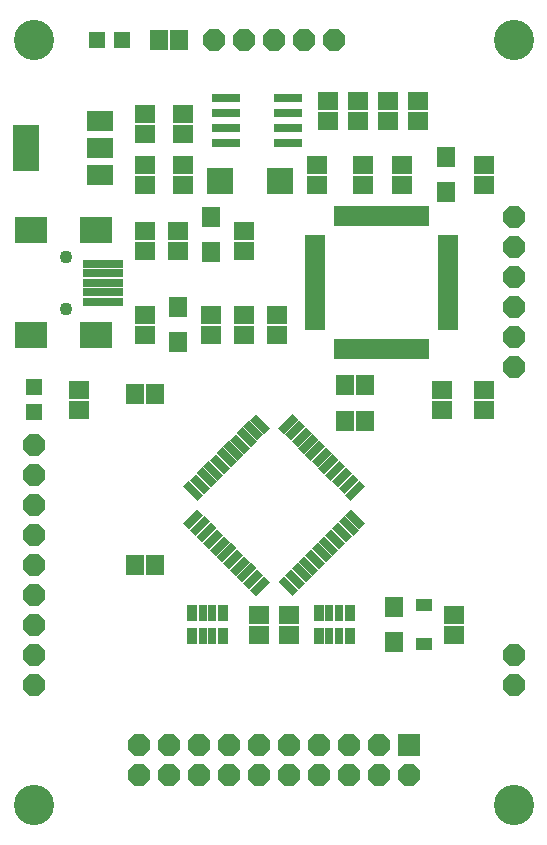
<source format=gts>
G75*
G70*
%OFA0B0*%
%FSLAX24Y24*%
%IPPOS*%
%LPD*%
%AMOC8*
5,1,8,0,0,1.08239X$1,22.5*
%
%ADD10C,0.1340*%
%ADD11R,0.0671X0.0592*%
%ADD12R,0.0592X0.0671*%
%ADD13R,0.0631X0.0710*%
%ADD14R,0.0946X0.0316*%
%ADD15R,0.0867X0.0671*%
%ADD16R,0.0867X0.1576*%
%ADD17OC8,0.0720*%
%ADD18R,0.0552X0.0552*%
%ADD19R,0.0880X0.0880*%
%ADD20R,0.0671X0.0277*%
%ADD21R,0.0277X0.0671*%
%ADD22R,0.0720X0.0720*%
%ADD23R,0.0560X0.0438*%
%ADD24R,0.0253X0.0533*%
%ADD25R,0.0328X0.0533*%
%ADD26R,0.1064X0.0867*%
%ADD27R,0.1379X0.0277*%
%ADD28C,0.0434*%
%ADD29R,0.0186X0.0651*%
%ADD30R,0.0651X0.0186*%
D10*
X001383Y001152D03*
X017383Y001152D03*
X017383Y026652D03*
X001383Y026652D03*
D11*
X005083Y024188D03*
X005083Y023519D03*
X005083Y022488D03*
X005083Y021819D03*
X005083Y020286D03*
X005083Y019617D03*
X006183Y019617D03*
X006183Y020286D03*
X006333Y021817D03*
X006333Y022486D03*
X006331Y023517D03*
X006331Y024186D03*
X008383Y020286D03*
X008383Y019617D03*
X008383Y017486D03*
X008383Y016817D03*
X007283Y016817D03*
X007283Y017486D03*
X005083Y017486D03*
X005083Y016817D03*
X002883Y014986D03*
X002883Y014317D03*
X008883Y007486D03*
X008883Y006817D03*
X009883Y006817D03*
X009883Y007486D03*
X014981Y014317D03*
X014981Y014986D03*
X016383Y014988D03*
X016383Y014319D03*
X015383Y007486D03*
X015383Y006817D03*
X009483Y016816D03*
X009483Y017485D03*
X010814Y021817D03*
X010814Y022486D03*
X011183Y023949D03*
X011183Y024618D03*
X012183Y024618D03*
X012183Y023949D03*
X013183Y023949D03*
X013183Y024618D03*
X014183Y024618D03*
X014183Y023949D03*
X013651Y022486D03*
X013651Y021817D03*
X012351Y021817D03*
X012351Y022486D03*
X016383Y022485D03*
X016383Y021816D03*
D12*
X012418Y015150D03*
X011748Y015150D03*
X011748Y013952D03*
X012418Y013952D03*
X005418Y014852D03*
X004748Y014852D03*
X004748Y009152D03*
X005418Y009152D03*
X005548Y026652D03*
X006218Y026652D03*
D13*
X007283Y020742D03*
X007283Y019561D03*
X006183Y017742D03*
X006183Y016561D03*
X013383Y007742D03*
X013383Y006561D03*
X015101Y021561D03*
X015101Y022742D03*
D14*
X009838Y023202D03*
X009838Y023702D03*
X009838Y024202D03*
X009838Y024702D03*
X007791Y024702D03*
X007791Y024202D03*
X007791Y023702D03*
X007791Y023202D03*
D15*
X003592Y023052D03*
X003592Y022146D03*
X003592Y023957D03*
D16*
X001111Y023052D03*
D17*
X007383Y026652D03*
X008383Y026652D03*
X009383Y026652D03*
X010383Y026652D03*
X011383Y026652D03*
X017383Y020752D03*
X017383Y019752D03*
X017383Y018752D03*
X017383Y017752D03*
X017383Y016752D03*
X017383Y015752D03*
X017383Y006152D03*
X017383Y005152D03*
X013883Y002152D03*
X012883Y002152D03*
X012883Y003152D03*
X011883Y003152D03*
X011883Y002152D03*
X010883Y002152D03*
X010883Y003152D03*
X009883Y003152D03*
X009883Y002152D03*
X008883Y002152D03*
X008883Y003152D03*
X007883Y003152D03*
X007883Y002152D03*
X006883Y002152D03*
X006883Y003152D03*
X005883Y003152D03*
X005883Y002152D03*
X004883Y002152D03*
X004883Y003152D03*
X001383Y005152D03*
X001383Y006152D03*
X001383Y007152D03*
X001383Y008152D03*
X001383Y009152D03*
X001383Y010152D03*
X001383Y011152D03*
X001383Y012152D03*
X001383Y013152D03*
D18*
X001383Y014238D03*
X001383Y015065D03*
X003470Y026652D03*
X004296Y026652D03*
D19*
X007583Y021952D03*
X009583Y021952D03*
D20*
G36*
X009522Y013713D02*
X009995Y014186D01*
X010190Y013991D01*
X009717Y013518D01*
X009522Y013713D01*
G37*
G36*
X009745Y013490D02*
X010218Y013963D01*
X010413Y013768D01*
X009940Y013295D01*
X009745Y013490D01*
G37*
G36*
X009968Y013268D02*
X010441Y013741D01*
X010636Y013546D01*
X010163Y013073D01*
X009968Y013268D01*
G37*
G36*
X010190Y013045D02*
X010663Y013518D01*
X010858Y013323D01*
X010385Y012850D01*
X010190Y013045D01*
G37*
G36*
X010413Y012822D02*
X010886Y013295D01*
X011081Y013100D01*
X010608Y012627D01*
X010413Y012822D01*
G37*
G36*
X010636Y012599D02*
X011109Y013072D01*
X011304Y012877D01*
X010831Y012404D01*
X010636Y012599D01*
G37*
G36*
X010858Y012377D02*
X011331Y012850D01*
X011526Y012655D01*
X011053Y012182D01*
X010858Y012377D01*
G37*
G36*
X011081Y012154D02*
X011554Y012627D01*
X011749Y012432D01*
X011276Y011959D01*
X011081Y012154D01*
G37*
G36*
X011304Y011931D02*
X011777Y012404D01*
X011972Y012209D01*
X011499Y011736D01*
X011304Y011931D01*
G37*
G36*
X011527Y011709D02*
X012000Y012182D01*
X012195Y011987D01*
X011722Y011514D01*
X011527Y011709D01*
G37*
G36*
X011749Y011486D02*
X012222Y011959D01*
X012417Y011764D01*
X011944Y011291D01*
X011749Y011486D01*
G37*
G36*
X008576Y008312D02*
X009049Y008785D01*
X009244Y008590D01*
X008771Y008117D01*
X008576Y008312D01*
G37*
G36*
X008353Y008535D02*
X008826Y009008D01*
X009021Y008813D01*
X008548Y008340D01*
X008353Y008535D01*
G37*
G36*
X008130Y008758D02*
X008603Y009231D01*
X008798Y009036D01*
X008325Y008563D01*
X008130Y008758D01*
G37*
G36*
X007908Y008980D02*
X008381Y009453D01*
X008576Y009258D01*
X008103Y008785D01*
X007908Y008980D01*
G37*
G36*
X007685Y009203D02*
X008158Y009676D01*
X008353Y009481D01*
X007880Y009008D01*
X007685Y009203D01*
G37*
G36*
X007462Y009426D02*
X007935Y009899D01*
X008130Y009704D01*
X007657Y009231D01*
X007462Y009426D01*
G37*
G36*
X007239Y009649D02*
X007712Y010122D01*
X007907Y009927D01*
X007434Y009454D01*
X007239Y009649D01*
G37*
G36*
X007017Y009871D02*
X007490Y010344D01*
X007685Y010149D01*
X007212Y009676D01*
X007017Y009871D01*
G37*
G36*
X006794Y010094D02*
X007267Y010567D01*
X007462Y010372D01*
X006989Y009899D01*
X006794Y010094D01*
G37*
G36*
X006571Y010317D02*
X007044Y010790D01*
X007239Y010595D01*
X006766Y010122D01*
X006571Y010317D01*
G37*
G36*
X006349Y010539D02*
X006822Y011012D01*
X007017Y010817D01*
X006544Y010344D01*
X006349Y010539D01*
G37*
D21*
G36*
X006349Y011764D02*
X006544Y011959D01*
X007017Y011486D01*
X006822Y011291D01*
X006349Y011764D01*
G37*
G36*
X006571Y011987D02*
X006766Y012182D01*
X007239Y011709D01*
X007044Y011514D01*
X006571Y011987D01*
G37*
G36*
X006794Y012209D02*
X006989Y012404D01*
X007462Y011931D01*
X007267Y011736D01*
X006794Y012209D01*
G37*
G36*
X007017Y012432D02*
X007212Y012627D01*
X007685Y012154D01*
X007490Y011959D01*
X007017Y012432D01*
G37*
G36*
X007239Y012655D02*
X007434Y012850D01*
X007907Y012377D01*
X007712Y012182D01*
X007239Y012655D01*
G37*
G36*
X007462Y012877D02*
X007657Y013072D01*
X008130Y012599D01*
X007935Y012404D01*
X007462Y012877D01*
G37*
G36*
X007685Y013100D02*
X007880Y013295D01*
X008353Y012822D01*
X008158Y012627D01*
X007685Y013100D01*
G37*
G36*
X007908Y013323D02*
X008103Y013518D01*
X008576Y013045D01*
X008381Y012850D01*
X007908Y013323D01*
G37*
G36*
X008130Y013546D02*
X008325Y013741D01*
X008798Y013268D01*
X008603Y013073D01*
X008130Y013546D01*
G37*
G36*
X008353Y013768D02*
X008548Y013963D01*
X009021Y013490D01*
X008826Y013295D01*
X008353Y013768D01*
G37*
G36*
X008576Y013991D02*
X008771Y014186D01*
X009244Y013713D01*
X009049Y013518D01*
X008576Y013991D01*
G37*
G36*
X011081Y010149D02*
X011276Y010344D01*
X011749Y009871D01*
X011554Y009676D01*
X011081Y010149D01*
G37*
G36*
X010858Y009927D02*
X011053Y010122D01*
X011526Y009649D01*
X011331Y009454D01*
X010858Y009927D01*
G37*
G36*
X010636Y009704D02*
X010831Y009899D01*
X011304Y009426D01*
X011109Y009231D01*
X010636Y009704D01*
G37*
G36*
X010413Y009481D02*
X010608Y009676D01*
X011081Y009203D01*
X010886Y009008D01*
X010413Y009481D01*
G37*
G36*
X010190Y009258D02*
X010385Y009453D01*
X010858Y008980D01*
X010663Y008785D01*
X010190Y009258D01*
G37*
G36*
X009968Y009036D02*
X010163Y009231D01*
X010636Y008758D01*
X010441Y008563D01*
X009968Y009036D01*
G37*
G36*
X009745Y008813D02*
X009940Y009008D01*
X010413Y008535D01*
X010218Y008340D01*
X009745Y008813D01*
G37*
G36*
X009522Y008590D02*
X009717Y008785D01*
X010190Y008312D01*
X009995Y008117D01*
X009522Y008590D01*
G37*
G36*
X011304Y010372D02*
X011499Y010567D01*
X011972Y010094D01*
X011777Y009899D01*
X011304Y010372D01*
G37*
G36*
X011527Y010595D02*
X011722Y010790D01*
X012195Y010317D01*
X012000Y010122D01*
X011527Y010595D01*
G37*
G36*
X011749Y010817D02*
X011944Y011012D01*
X012417Y010539D01*
X012222Y010344D01*
X011749Y010817D01*
G37*
D22*
X013883Y003152D03*
D23*
X014383Y006508D03*
X014383Y007795D03*
D24*
X011540Y007536D03*
X011226Y007536D03*
X011226Y006768D03*
X011540Y006768D03*
X007315Y006768D03*
X007001Y006768D03*
X007001Y007536D03*
X007315Y007536D03*
D25*
X007668Y007536D03*
X007668Y006768D03*
X006648Y006768D03*
X006648Y007536D03*
X010873Y007536D03*
X010873Y006768D03*
X011893Y006768D03*
X011893Y007536D03*
D26*
X003442Y016800D03*
X001277Y016800D03*
X001277Y020304D03*
X003442Y020304D03*
D27*
X003678Y019182D03*
X003678Y018867D03*
X003678Y018552D03*
X003678Y018237D03*
X003678Y017922D03*
D28*
X002458Y017686D03*
X002458Y019418D03*
D29*
X011475Y020766D03*
X011672Y020766D03*
X011869Y020766D03*
X012066Y020766D03*
X012263Y020766D03*
X012459Y020766D03*
X012656Y020766D03*
X012853Y020766D03*
X013050Y020766D03*
X013247Y020766D03*
X013444Y020766D03*
X013640Y020766D03*
X013837Y020766D03*
X014034Y020766D03*
X014231Y020766D03*
X014428Y020766D03*
X014428Y016337D03*
X014231Y016337D03*
X014034Y016337D03*
X013837Y016337D03*
X013640Y016337D03*
X013444Y016337D03*
X013247Y016337D03*
X013050Y016337D03*
X012853Y016337D03*
X012656Y016337D03*
X012459Y016337D03*
X012263Y016337D03*
X012066Y016337D03*
X011869Y016337D03*
X011672Y016337D03*
X011475Y016337D03*
D30*
X010737Y017075D03*
X010737Y017272D03*
X010737Y017469D03*
X010737Y017666D03*
X010737Y017863D03*
X010737Y018060D03*
X010737Y018256D03*
X010737Y018453D03*
X010737Y018650D03*
X010737Y018847D03*
X010737Y019044D03*
X010737Y019241D03*
X010737Y019437D03*
X010737Y019634D03*
X010737Y019831D03*
X010737Y020028D03*
X015166Y020028D03*
X015166Y019831D03*
X015166Y019634D03*
X015166Y019437D03*
X015166Y019241D03*
X015166Y019044D03*
X015166Y018847D03*
X015166Y018650D03*
X015166Y018453D03*
X015166Y018256D03*
X015166Y018060D03*
X015166Y017863D03*
X015166Y017666D03*
X015166Y017469D03*
X015166Y017272D03*
X015166Y017075D03*
M02*

</source>
